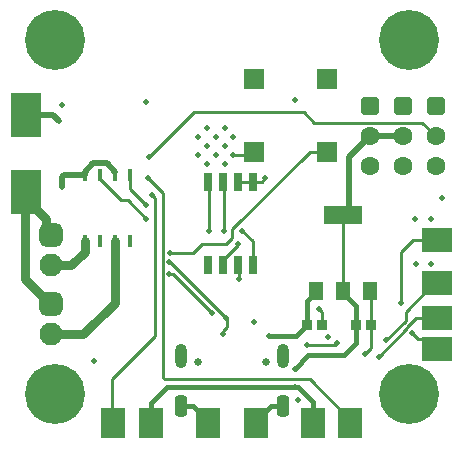
<source format=gbl>
G04*
G04 #@! TF.GenerationSoftware,Altium Limited,Altium Designer,24.1.2 (44)*
G04*
G04 Layer_Physical_Order=4*
G04 Layer_Color=16711680*
%FSLAX25Y25*%
%MOIN*%
G70*
G04*
G04 #@! TF.SameCoordinates,BB4A674F-8819-4941-915F-785A2CCA7B01*
G04*
G04*
G04 #@! TF.FilePolarity,Positive*
G04*
G01*
G75*
%ADD26R,0.03740X0.03740*%
%ADD59C,0.01000*%
%ADD60C,0.01500*%
%ADD61C,0.03000*%
%ADD62C,0.02000*%
%ADD63C,0.02000*%
G04:AMPARAMS|DCode=64|XSize=70.87mil|YSize=39.37mil|CornerRadius=9.84mil|HoleSize=0mil|Usage=FLASHONLY|Rotation=90.000|XOffset=0mil|YOffset=0mil|HoleType=Round|Shape=RoundedRectangle|*
%AMROUNDEDRECTD64*
21,1,0.07087,0.01968,0,0,90.0*
21,1,0.05118,0.03937,0,0,90.0*
1,1,0.01968,0.00984,0.02559*
1,1,0.01968,0.00984,-0.02559*
1,1,0.01968,-0.00984,-0.02559*
1,1,0.01968,-0.00984,0.02559*
%
%ADD64ROUNDEDRECTD64*%
%ADD65O,0.03937X0.08268*%
%ADD66C,0.02559*%
G04:AMPARAMS|DCode=67|XSize=76.77mil|YSize=76.77mil|CornerRadius=19.19mil|HoleSize=0mil|Usage=FLASHONLY|Rotation=270.000|XOffset=0mil|YOffset=0mil|HoleType=Round|Shape=RoundedRectangle|*
%AMROUNDEDRECTD67*
21,1,0.07677,0.03839,0,0,270.0*
21,1,0.03839,0.07677,0,0,270.0*
1,1,0.03839,-0.01919,-0.01919*
1,1,0.03839,-0.01919,0.01919*
1,1,0.03839,0.01919,0.01919*
1,1,0.03839,0.01919,-0.01919*
%
%ADD67ROUNDEDRECTD67*%
%ADD68C,0.07677*%
G04:AMPARAMS|DCode=69|XSize=62.99mil|YSize=62.99mil|CornerRadius=15.75mil|HoleSize=0mil|Usage=FLASHONLY|Rotation=270.000|XOffset=0mil|YOffset=0mil|HoleType=Round|Shape=RoundedRectangle|*
%AMROUNDEDRECTD69*
21,1,0.06299,0.03150,0,0,270.0*
21,1,0.03150,0.06299,0,0,270.0*
1,1,0.03150,-0.01575,-0.01575*
1,1,0.03150,-0.01575,0.01575*
1,1,0.03150,0.01575,0.01575*
1,1,0.03150,0.01575,-0.01575*
%
%ADD69ROUNDEDRECTD69*%
%ADD70C,0.06299*%
%ADD71C,0.20000*%
%ADD73R,0.10000X0.08000*%
%ADD74R,0.12992X0.05906*%
%ADD75R,0.04724X0.05906*%
%ADD76R,0.01800X0.04400*%
%ADD77R,0.07087X0.07087*%
%ADD78R,0.08000X0.10000*%
%ADD79R,0.10000X0.15000*%
%ADD80R,0.02559X0.06299*%
D26*
X115539Y38000D02*
D03*
X120461D02*
D03*
X99039D02*
D03*
X103961D02*
D03*
D59*
X123000Y27500D02*
X132500Y37000D01*
Y37500D01*
X135500Y40500D02*
X142500D01*
X132500Y37500D02*
X135500Y40500D01*
X134000Y35500D02*
X136000Y33500D01*
X139000D02*
X142500Y30000D01*
X136000Y33500D02*
X139000D01*
X134500Y66500D02*
X142500D01*
X130500Y45500D02*
Y62500D01*
X134500Y66500D01*
X132000Y39500D02*
Y42500D01*
X125500Y33000D02*
X132000Y39500D01*
Y42500D02*
X141500Y52000D01*
X142500D01*
X53500Y62000D02*
X61000D01*
X39250Y79750D02*
X45500Y73500D01*
X36950Y79750D02*
X39250D01*
X40000Y83500D02*
Y88000D01*
Y83500D02*
X45500Y78000D01*
X47500Y81414D02*
X48500Y80414D01*
Y34500D02*
Y80414D01*
X47500Y81414D02*
Y81500D01*
X34000Y20000D02*
X48500Y34500D01*
X46000Y87000D02*
X51000Y82000D01*
Y20586D02*
X51586Y20000D01*
X99900D01*
X51000Y20586D02*
Y82000D01*
X53000Y55000D02*
X54500D01*
X53500Y59000D02*
X72000Y40500D01*
X54500Y55000D02*
X67500Y42000D01*
X53000Y59000D02*
X53500D01*
X76000Y64894D02*
Y65000D01*
X71000Y59894D02*
X76000Y64894D01*
X71000Y58024D02*
Y59894D01*
X64000Y65000D02*
X72000D01*
X74000Y67000D01*
Y70000D01*
X35000Y88000D02*
Y89300D01*
X25000Y88000D02*
Y89300D01*
X83976Y85976D02*
X85000Y87000D01*
X81000Y85976D02*
X83976D01*
X80405Y94906D02*
X81394Y95894D01*
X74551Y94906D02*
X80405D01*
X103000Y43500D02*
X103961Y42539D01*
Y38000D02*
Y42539D01*
X120461Y30461D02*
Y38000D01*
X118500Y28500D02*
X120461Y30461D01*
X74000Y70000D02*
X99894Y95894D01*
X105606D01*
X71500Y69500D02*
Y85476D01*
X61000Y62000D02*
X64000Y65000D01*
X99000Y31606D02*
X108606D01*
X114150Y105650D02*
X137350D01*
X142000Y101000D01*
X114000Y105500D02*
X114150Y105650D01*
X101500Y105500D02*
X114000D01*
X98000Y109000D02*
X101500Y105500D01*
X61500Y109000D02*
X98000D01*
X46500Y94000D02*
X61500Y109000D01*
X66000Y5400D02*
Y6400D01*
X82000Y5400D02*
Y6400D01*
X56992Y11319D02*
X58411Y9900D01*
X99900Y20000D02*
X113500Y6400D01*
Y5400D02*
Y6400D01*
X110000Y8900D02*
X113500Y5400D01*
X34000Y5900D02*
X34500Y5400D01*
X34000Y5900D02*
Y20000D01*
X111000Y74697D02*
X113000Y76697D01*
X111000Y49500D02*
Y74697D01*
X120055Y49500D02*
X120461Y49095D01*
Y38000D02*
Y49095D01*
X111000Y48909D02*
Y49500D01*
X101945Y48909D02*
Y49500D01*
X30000Y86700D02*
X36950Y79750D01*
X30000Y86700D02*
Y88000D01*
X81000Y58024D02*
Y66000D01*
X76500Y53500D02*
Y57524D01*
X76000Y58024D02*
X76500Y57524D01*
X76000Y85976D02*
X81000D01*
X71000D02*
X71500Y85476D01*
X66500Y69500D02*
Y85476D01*
X66000Y85976D02*
X66500Y85476D01*
X77500Y69500D02*
X81000Y66000D01*
X108606Y31606D02*
X109000Y32000D01*
X5000Y80400D02*
Y82100D01*
X12061Y69620D02*
X13681Y68000D01*
X13500Y45000D02*
X13681D01*
X72000Y40500D02*
X72500Y40000D01*
Y37500D02*
Y40000D01*
X71000Y36000D02*
X72500Y37500D01*
X71000Y35000D02*
Y36000D01*
D60*
X86500Y34500D02*
X95539D01*
X111500Y28000D02*
X115539Y32039D01*
Y38000D01*
X99500Y28000D02*
X111500D01*
X95000Y23500D02*
X99500Y28000D01*
X95539Y34500D02*
X99039Y38000D01*
X95000Y17500D02*
X96000D01*
X52500D02*
X95000D01*
X96000D02*
X101000Y12500D01*
Y5400D02*
Y12500D01*
X47000Y12000D02*
X52500Y17500D01*
X47000Y5400D02*
Y12000D01*
X61081Y11319D02*
X66000Y6400D01*
X56992Y11319D02*
X61081D01*
X82000Y6400D02*
X86919Y11319D01*
X91008D01*
X111000Y48909D02*
X115539Y44370D01*
Y38000D02*
Y44370D01*
X99039Y46004D02*
X101945Y48909D01*
X99039Y38000D02*
Y46004D01*
D61*
X13681Y35000D02*
X24500D01*
X35000Y45500D02*
Y66000D01*
X24500Y35000D02*
X35000Y45500D01*
X13681Y58000D02*
X20500D01*
X25000Y62500D01*
Y66000D01*
X5000Y53500D02*
Y80400D01*
X12061Y69620D02*
Y73339D01*
X5000Y80400D02*
X12061Y73339D01*
X5000Y53500D02*
X13500Y45000D01*
D62*
X32300Y92000D02*
X35000Y89300D01*
X27700Y92000D02*
X32300D01*
X25000Y89300D02*
X27700Y92000D01*
X17500Y84000D02*
Y87414D01*
X18086Y88000D01*
X25000D01*
X5400Y108000D02*
X14500D01*
X16500Y106000D01*
X113000Y76697D02*
Y94000D01*
X120000Y101000D01*
X131000D01*
D63*
X71598Y91953D02*
D03*
X65693D02*
D03*
X71598Y97858D02*
D03*
X65693D02*
D03*
X71598Y103764D02*
D03*
X65693D02*
D03*
X74551Y94906D02*
D03*
X68646D02*
D03*
X62740D02*
D03*
X74551Y100811D02*
D03*
X62740D02*
D03*
X68646D02*
D03*
X134000Y35500D02*
D03*
X130500Y45500D02*
D03*
X125500Y33000D02*
D03*
X123000Y27500D02*
D03*
X53500Y62000D02*
D03*
X45500Y73500D02*
D03*
Y78000D02*
D03*
X47500Y81500D02*
D03*
X53000Y55000D02*
D03*
Y59000D02*
D03*
X96000Y13000D02*
D03*
X86500Y34500D02*
D03*
X67500Y42000D02*
D03*
X95000Y113000D02*
D03*
X76000Y65000D02*
D03*
X17500Y84000D02*
D03*
X45500Y112500D02*
D03*
X17500Y111500D02*
D03*
X16500Y106000D02*
D03*
X85000Y87000D02*
D03*
X28000Y26000D02*
D03*
X81500Y39000D02*
D03*
X106000Y34000D02*
D03*
X103000Y43500D02*
D03*
X118500Y28500D02*
D03*
X135000Y73500D02*
D03*
X140500D02*
D03*
X144000Y80500D02*
D03*
X135520Y58480D02*
D03*
X140500Y58500D02*
D03*
X71500Y69500D02*
D03*
X99000Y31606D02*
D03*
X95000Y23500D02*
D03*
Y17500D02*
D03*
X46500Y94000D02*
D03*
X46000Y87000D02*
D03*
X76500Y53500D02*
D03*
X77500Y69500D02*
D03*
X66500D02*
D03*
X109000Y32000D02*
D03*
X71000Y35000D02*
D03*
X72000Y40500D02*
D03*
D64*
X56992Y11319D02*
D03*
X91008D02*
D03*
D65*
X56992Y27776D02*
D03*
X91008D02*
D03*
D66*
X85378Y25807D02*
D03*
X62622D02*
D03*
D67*
X13681Y45000D02*
D03*
Y68000D02*
D03*
D68*
Y35000D02*
D03*
Y58000D02*
D03*
D69*
X142000Y111000D02*
D03*
X120000D02*
D03*
X131000D02*
D03*
D70*
X142000Y101000D02*
D03*
Y91000D02*
D03*
X120000D02*
D03*
Y101000D02*
D03*
X131000Y91000D02*
D03*
Y101000D02*
D03*
D71*
X133000Y15000D02*
D03*
Y133000D02*
D03*
X15000Y15000D02*
D03*
Y133000D02*
D03*
D73*
X142500Y30000D02*
D03*
Y66500D02*
D03*
Y52000D02*
D03*
Y40500D02*
D03*
D74*
X111000Y74697D02*
D03*
D75*
X101945Y49500D02*
D03*
X111000D02*
D03*
X120055D02*
D03*
D76*
X25000Y88000D02*
D03*
X30000D02*
D03*
X35000D02*
D03*
X40000D02*
D03*
Y66000D02*
D03*
X35000D02*
D03*
X30000D02*
D03*
X25000D02*
D03*
D77*
X105606Y95894D02*
D03*
Y120106D02*
D03*
X81394D02*
D03*
Y95894D02*
D03*
D78*
X101000Y5400D02*
D03*
X113500D02*
D03*
X82000D02*
D03*
X66000D02*
D03*
X47000D02*
D03*
X34500D02*
D03*
D79*
X5400Y108000D02*
D03*
Y82500D02*
D03*
D80*
X81000Y58024D02*
D03*
X76000D02*
D03*
X71000D02*
D03*
X66000D02*
D03*
Y85976D02*
D03*
X71000D02*
D03*
X76000D02*
D03*
X81000D02*
D03*
M02*

</source>
